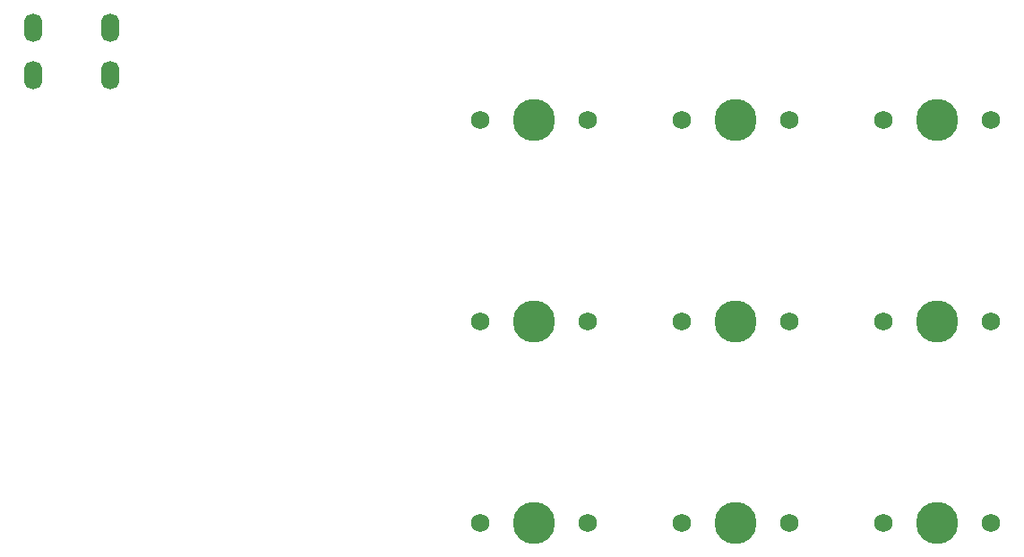
<source format=gts>
%TF.GenerationSoftware,KiCad,Pcbnew,(6.0.9)*%
%TF.CreationDate,2022-11-30T16:04:33-07:00*%
%TF.ProjectId,nepcropad,6e657063-726f-4706-9164-2e6b69636164,rev?*%
%TF.SameCoordinates,Original*%
%TF.FileFunction,Soldermask,Top*%
%TF.FilePolarity,Negative*%
%FSLAX46Y46*%
G04 Gerber Fmt 4.6, Leading zero omitted, Abs format (unit mm)*
G04 Created by KiCad (PCBNEW (6.0.9)) date 2022-11-30 16:04:33*
%MOMM*%
%LPD*%
G01*
G04 APERTURE LIST*
%ADD10C,1.750000*%
%ADD11C,3.987800*%
%ADD12O,1.700000X2.700000*%
G04 APERTURE END LIST*
D10*
%TO.C,MX7*%
X129857500Y-109537500D03*
X140017500Y-109537500D03*
D11*
X134937500Y-109537500D03*
%TD*%
%TO.C,MX4*%
X134937500Y-90487500D03*
D10*
X140017500Y-90487500D03*
X129857500Y-90487500D03*
%TD*%
%TO.C,MX3*%
X167957500Y-71437500D03*
X178117500Y-71437500D03*
D11*
X173037500Y-71437500D03*
%TD*%
D10*
%TO.C,MX1*%
X140017500Y-71437500D03*
X129857500Y-71437500D03*
D11*
X134937500Y-71437500D03*
%TD*%
D10*
%TO.C,MX6*%
X167957500Y-90487500D03*
X178117500Y-90487500D03*
D11*
X173037500Y-90487500D03*
%TD*%
D10*
%TO.C,MX8*%
X148907500Y-109537500D03*
D11*
X153987500Y-109537500D03*
D10*
X159067500Y-109537500D03*
%TD*%
%TO.C,MX2*%
X159067500Y-71437500D03*
X148907500Y-71437500D03*
D11*
X153987500Y-71437500D03*
%TD*%
D10*
%TO.C,MX9*%
X167957500Y-109537500D03*
D11*
X173037500Y-109537500D03*
D10*
X178117500Y-109537500D03*
%TD*%
%TO.C,MX5*%
X159067500Y-90487500D03*
X148907500Y-90487500D03*
D11*
X153987500Y-90487500D03*
%TD*%
D12*
%TO.C,USB1*%
X94931250Y-67206250D03*
X94931250Y-62706250D03*
X87631250Y-62706250D03*
X87631250Y-67206250D03*
%TD*%
M02*

</source>
